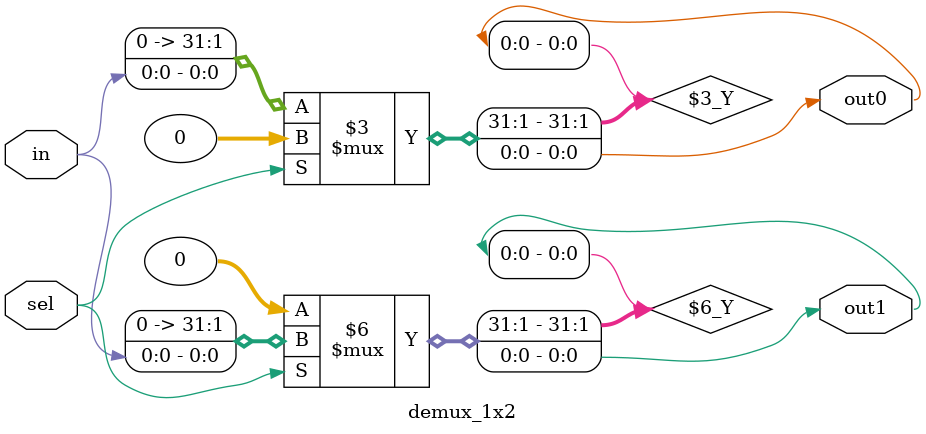
<source format=v>
`timescale 1ns / 1ps


module demux_1x2 (
    input in,
    input sel,
    output out0,
    output out1
);

assign out0 = (sel == 0) ? in : 0;
assign out1 = (sel == 1) ? in : 0;

endmodule

</source>
